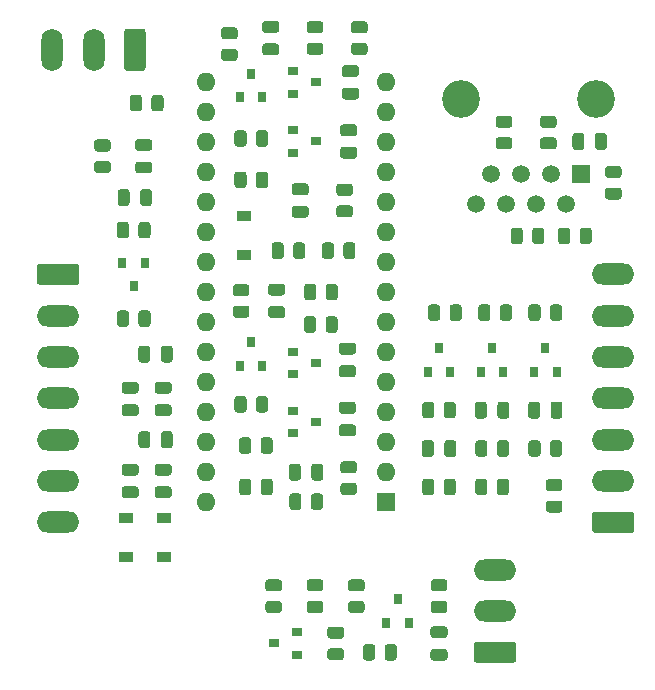
<source format=gbr>
%TF.GenerationSoftware,KiCad,Pcbnew,(5.1.9-0-10_14)*%
%TF.CreationDate,2023-02-10T00:43:38-05:00*%
%TF.ProjectId,LiControl,4c69436f-6e74-4726-9f6c-2e6b69636164,rev?*%
%TF.SameCoordinates,Original*%
%TF.FileFunction,Soldermask,Bot*%
%TF.FilePolarity,Negative*%
%FSLAX46Y46*%
G04 Gerber Fmt 4.6, Leading zero omitted, Abs format (unit mm)*
G04 Created by KiCad (PCBNEW (5.1.9-0-10_14)) date 2023-02-10 00:43:38*
%MOMM*%
%LPD*%
G01*
G04 APERTURE LIST*
%ADD10R,1.200000X0.900000*%
%ADD11R,0.900000X0.800000*%
%ADD12R,0.800000X0.900000*%
%ADD13R,1.600000X1.600000*%
%ADD14O,1.600000X1.600000*%
%ADD15C,3.200000*%
%ADD16R,1.500000X1.500000*%
%ADD17C,1.500000*%
%ADD18O,3.600000X1.800000*%
%ADD19O,1.800000X3.600000*%
G04 APERTURE END LIST*
%TO.C,R17*%
G36*
G01*
X95225000Y-83200001D02*
X95225000Y-82299999D01*
G75*
G02*
X95474999Y-82050000I249999J0D01*
G01*
X96000001Y-82050000D01*
G75*
G02*
X96250000Y-82299999I0J-249999D01*
G01*
X96250000Y-83200001D01*
G75*
G02*
X96000001Y-83450000I-249999J0D01*
G01*
X95474999Y-83450000D01*
G75*
G02*
X95225000Y-83200001I0J249999D01*
G01*
G37*
G36*
G01*
X97050000Y-83200001D02*
X97050000Y-82299999D01*
G75*
G02*
X97299999Y-82050000I249999J0D01*
G01*
X97825001Y-82050000D01*
G75*
G02*
X98075000Y-82299999I0J-249999D01*
G01*
X98075000Y-83200001D01*
G75*
G02*
X97825001Y-83450000I-249999J0D01*
G01*
X97299999Y-83450000D01*
G75*
G02*
X97050000Y-83200001I0J249999D01*
G01*
G37*
%TD*%
%TO.C,C9*%
G36*
G01*
X111225000Y-74200000D02*
X110275000Y-74200000D01*
G75*
G02*
X110025000Y-73950000I0J250000D01*
G01*
X110025000Y-73450000D01*
G75*
G02*
X110275000Y-73200000I250000J0D01*
G01*
X111225000Y-73200000D01*
G75*
G02*
X111475000Y-73450000I0J-250000D01*
G01*
X111475000Y-73950000D01*
G75*
G02*
X111225000Y-74200000I-250000J0D01*
G01*
G37*
G36*
G01*
X111225000Y-72300000D02*
X110275000Y-72300000D01*
G75*
G02*
X110025000Y-72050000I0J250000D01*
G01*
X110025000Y-71550000D01*
G75*
G02*
X110275000Y-71300000I250000J0D01*
G01*
X111225000Y-71300000D01*
G75*
G02*
X111475000Y-71550000I0J-250000D01*
G01*
X111475000Y-72050000D01*
G75*
G02*
X111225000Y-72300000I-250000J0D01*
G01*
G37*
%TD*%
%TO.C,C12*%
G36*
G01*
X114275000Y-91700000D02*
X115225000Y-91700000D01*
G75*
G02*
X115475000Y-91950000I0J-250000D01*
G01*
X115475000Y-92450000D01*
G75*
G02*
X115225000Y-92700000I-250000J0D01*
G01*
X114275000Y-92700000D01*
G75*
G02*
X114025000Y-92450000I0J250000D01*
G01*
X114025000Y-91950000D01*
G75*
G02*
X114275000Y-91700000I250000J0D01*
G01*
G37*
G36*
G01*
X114275000Y-89800000D02*
X115225000Y-89800000D01*
G75*
G02*
X115475000Y-90050000I0J-250000D01*
G01*
X115475000Y-90550000D01*
G75*
G02*
X115225000Y-90800000I-250000J0D01*
G01*
X114275000Y-90800000D01*
G75*
G02*
X114025000Y-90550000I0J250000D01*
G01*
X114025000Y-90050000D01*
G75*
G02*
X114275000Y-89800000I250000J0D01*
G01*
G37*
%TD*%
%TO.C,C13*%
G36*
G01*
X114375000Y-66300000D02*
X115325000Y-66300000D01*
G75*
G02*
X115575000Y-66550000I0J-250000D01*
G01*
X115575000Y-67050000D01*
G75*
G02*
X115325000Y-67300000I-250000J0D01*
G01*
X114375000Y-67300000D01*
G75*
G02*
X114125000Y-67050000I0J250000D01*
G01*
X114125000Y-66550000D01*
G75*
G02*
X114375000Y-66300000I250000J0D01*
G01*
G37*
G36*
G01*
X114375000Y-68200000D02*
X115325000Y-68200000D01*
G75*
G02*
X115575000Y-68450000I0J-250000D01*
G01*
X115575000Y-68950000D01*
G75*
G02*
X115325000Y-69200000I-250000J0D01*
G01*
X114375000Y-69200000D01*
G75*
G02*
X114125000Y-68950000I0J250000D01*
G01*
X114125000Y-68450000D01*
G75*
G02*
X114375000Y-68200000I250000J0D01*
G01*
G37*
%TD*%
%TO.C,C15*%
G36*
G01*
X115225000Y-87700000D02*
X114275000Y-87700000D01*
G75*
G02*
X114025000Y-87450000I0J250000D01*
G01*
X114025000Y-86950000D01*
G75*
G02*
X114275000Y-86700000I250000J0D01*
G01*
X115225000Y-86700000D01*
G75*
G02*
X115475000Y-86950000I0J-250000D01*
G01*
X115475000Y-87450000D01*
G75*
G02*
X115225000Y-87700000I-250000J0D01*
G01*
G37*
G36*
G01*
X115225000Y-85800000D02*
X114275000Y-85800000D01*
G75*
G02*
X114025000Y-85550000I0J250000D01*
G01*
X114025000Y-85050000D01*
G75*
G02*
X114275000Y-84800000I250000J0D01*
G01*
X115225000Y-84800000D01*
G75*
G02*
X115475000Y-85050000I0J-250000D01*
G01*
X115475000Y-85550000D01*
G75*
G02*
X115225000Y-85800000I-250000J0D01*
G01*
G37*
%TD*%
%TO.C,C16*%
G36*
G01*
X115475000Y-62300000D02*
X114525000Y-62300000D01*
G75*
G02*
X114275000Y-62050000I0J250000D01*
G01*
X114275000Y-61550000D01*
G75*
G02*
X114525000Y-61300000I250000J0D01*
G01*
X115475000Y-61300000D01*
G75*
G02*
X115725000Y-61550000I0J-250000D01*
G01*
X115725000Y-62050000D01*
G75*
G02*
X115475000Y-62300000I-250000J0D01*
G01*
G37*
G36*
G01*
X115475000Y-64200000D02*
X114525000Y-64200000D01*
G75*
G02*
X114275000Y-63950000I0J250000D01*
G01*
X114275000Y-63450000D01*
G75*
G02*
X114525000Y-63200000I250000J0D01*
G01*
X115475000Y-63200000D01*
G75*
G02*
X115725000Y-63450000I0J-250000D01*
G01*
X115725000Y-63950000D01*
G75*
G02*
X115475000Y-64200000I-250000J0D01*
G01*
G37*
%TD*%
%TO.C,C19*%
G36*
G01*
X109225000Y-82700000D02*
X108275000Y-82700000D01*
G75*
G02*
X108025000Y-82450000I0J250000D01*
G01*
X108025000Y-81950000D01*
G75*
G02*
X108275000Y-81700000I250000J0D01*
G01*
X109225000Y-81700000D01*
G75*
G02*
X109475000Y-81950000I0J-250000D01*
G01*
X109475000Y-82450000D01*
G75*
G02*
X109225000Y-82700000I-250000J0D01*
G01*
G37*
G36*
G01*
X109225000Y-80800000D02*
X108275000Y-80800000D01*
G75*
G02*
X108025000Y-80550000I0J250000D01*
G01*
X108025000Y-80050000D01*
G75*
G02*
X108275000Y-79800000I250000J0D01*
G01*
X109225000Y-79800000D01*
G75*
G02*
X109475000Y-80050000I0J-250000D01*
G01*
X109475000Y-80550000D01*
G75*
G02*
X109225000Y-80800000I-250000J0D01*
G01*
G37*
%TD*%
%TO.C,C20*%
G36*
G01*
X108725000Y-58550000D02*
X107775000Y-58550000D01*
G75*
G02*
X107525000Y-58300000I0J250000D01*
G01*
X107525000Y-57800000D01*
G75*
G02*
X107775000Y-57550000I250000J0D01*
G01*
X108725000Y-57550000D01*
G75*
G02*
X108975000Y-57800000I0J-250000D01*
G01*
X108975000Y-58300000D01*
G75*
G02*
X108725000Y-58550000I-250000J0D01*
G01*
G37*
G36*
G01*
X108725000Y-60450000D02*
X107775000Y-60450000D01*
G75*
G02*
X107525000Y-60200000I0J250000D01*
G01*
X107525000Y-59700000D01*
G75*
G02*
X107775000Y-59450000I250000J0D01*
G01*
X108725000Y-59450000D01*
G75*
G02*
X108975000Y-59700000I0J-250000D01*
G01*
X108975000Y-60200000D01*
G75*
G02*
X108725000Y-60450000I-250000J0D01*
G01*
G37*
%TD*%
D10*
%TO.C,D2*%
X106000000Y-77400000D03*
X106000000Y-74100000D03*
%TD*%
D11*
%TO.C,Q7*%
X112100000Y-91500000D03*
X110100000Y-90550000D03*
X110100000Y-92450000D03*
%TD*%
%TO.C,Q8*%
X112100000Y-67750000D03*
X110100000Y-66800000D03*
X110100000Y-68700000D03*
%TD*%
%TO.C,Q9*%
X112100000Y-86500000D03*
X110100000Y-85550000D03*
X110100000Y-87450000D03*
%TD*%
D12*
%TO.C,Q10*%
X107550000Y-86750000D03*
X105650000Y-86750000D03*
X106600000Y-84750000D03*
%TD*%
D11*
%TO.C,Q11*%
X112100000Y-62750000D03*
X110100000Y-61800000D03*
X110100000Y-63700000D03*
%TD*%
D12*
%TO.C,Q12*%
X106600000Y-62000000D03*
X105650000Y-64000000D03*
X107550000Y-64000000D03*
%TD*%
%TO.C,R22*%
G36*
G01*
X115425000Y-76549999D02*
X115425000Y-77450001D01*
G75*
G02*
X115175001Y-77700000I-249999J0D01*
G01*
X114649999Y-77700000D01*
G75*
G02*
X114400000Y-77450001I0J249999D01*
G01*
X114400000Y-76549999D01*
G75*
G02*
X114649999Y-76300000I249999J0D01*
G01*
X115175001Y-76300000D01*
G75*
G02*
X115425000Y-76549999I0J-249999D01*
G01*
G37*
G36*
G01*
X113600000Y-76549999D02*
X113600000Y-77450001D01*
G75*
G02*
X113350001Y-77700000I-249999J0D01*
G01*
X112824999Y-77700000D01*
G75*
G02*
X112575000Y-77450001I0J249999D01*
G01*
X112575000Y-76549999D01*
G75*
G02*
X112824999Y-76300000I249999J0D01*
G01*
X113350001Y-76300000D01*
G75*
G02*
X113600000Y-76549999I0J-249999D01*
G01*
G37*
%TD*%
%TO.C,R23*%
G36*
G01*
X109350000Y-76549999D02*
X109350000Y-77450001D01*
G75*
G02*
X109100001Y-77700000I-249999J0D01*
G01*
X108574999Y-77700000D01*
G75*
G02*
X108325000Y-77450001I0J249999D01*
G01*
X108325000Y-76549999D01*
G75*
G02*
X108574999Y-76300000I249999J0D01*
G01*
X109100001Y-76300000D01*
G75*
G02*
X109350000Y-76549999I0J-249999D01*
G01*
G37*
G36*
G01*
X111175000Y-76549999D02*
X111175000Y-77450001D01*
G75*
G02*
X110925001Y-77700000I-249999J0D01*
G01*
X110399999Y-77700000D01*
G75*
G02*
X110150000Y-77450001I0J249999D01*
G01*
X110150000Y-76549999D01*
G75*
G02*
X110399999Y-76300000I249999J0D01*
G01*
X110925001Y-76300000D01*
G75*
G02*
X111175000Y-76549999I0J-249999D01*
G01*
G37*
%TD*%
%TO.C,R25*%
G36*
G01*
X107000000Y-71450001D02*
X107000000Y-70549999D01*
G75*
G02*
X107249999Y-70300000I249999J0D01*
G01*
X107775001Y-70300000D01*
G75*
G02*
X108025000Y-70549999I0J-249999D01*
G01*
X108025000Y-71450001D01*
G75*
G02*
X107775001Y-71700000I-249999J0D01*
G01*
X107249999Y-71700000D01*
G75*
G02*
X107000000Y-71450001I0J249999D01*
G01*
G37*
G36*
G01*
X105175000Y-71450001D02*
X105175000Y-70549999D01*
G75*
G02*
X105424999Y-70300000I249999J0D01*
G01*
X105950001Y-70300000D01*
G75*
G02*
X106200000Y-70549999I0J-249999D01*
G01*
X106200000Y-71450001D01*
G75*
G02*
X105950001Y-71700000I-249999J0D01*
G01*
X105424999Y-71700000D01*
G75*
G02*
X105175000Y-71450001I0J249999D01*
G01*
G37*
%TD*%
%TO.C,R26*%
G36*
G01*
X108025000Y-89549999D02*
X108025000Y-90450001D01*
G75*
G02*
X107775001Y-90700000I-249999J0D01*
G01*
X107249999Y-90700000D01*
G75*
G02*
X107000000Y-90450001I0J249999D01*
G01*
X107000000Y-89549999D01*
G75*
G02*
X107249999Y-89300000I249999J0D01*
G01*
X107775001Y-89300000D01*
G75*
G02*
X108025000Y-89549999I0J-249999D01*
G01*
G37*
G36*
G01*
X106200000Y-89549999D02*
X106200000Y-90450001D01*
G75*
G02*
X105950001Y-90700000I-249999J0D01*
G01*
X105424999Y-90700000D01*
G75*
G02*
X105175000Y-90450001I0J249999D01*
G01*
X105175000Y-89549999D01*
G75*
G02*
X105424999Y-89300000I249999J0D01*
G01*
X105950001Y-89300000D01*
G75*
G02*
X106200000Y-89549999I0J-249999D01*
G01*
G37*
%TD*%
%TO.C,R27*%
G36*
G01*
X108025000Y-67049999D02*
X108025000Y-67950001D01*
G75*
G02*
X107775001Y-68200000I-249999J0D01*
G01*
X107249999Y-68200000D01*
G75*
G02*
X107000000Y-67950001I0J249999D01*
G01*
X107000000Y-67049999D01*
G75*
G02*
X107249999Y-66800000I249999J0D01*
G01*
X107775001Y-66800000D01*
G75*
G02*
X108025000Y-67049999I0J-249999D01*
G01*
G37*
G36*
G01*
X106200000Y-67049999D02*
X106200000Y-67950001D01*
G75*
G02*
X105950001Y-68200000I-249999J0D01*
G01*
X105424999Y-68200000D01*
G75*
G02*
X105175000Y-67950001I0J249999D01*
G01*
X105175000Y-67049999D01*
G75*
G02*
X105424999Y-66800000I249999J0D01*
G01*
X105950001Y-66800000D01*
G75*
G02*
X106200000Y-67049999I0J-249999D01*
G01*
G37*
%TD*%
%TO.C,R28*%
G36*
G01*
X105299999Y-81650000D02*
X106200001Y-81650000D01*
G75*
G02*
X106450000Y-81899999I0J-249999D01*
G01*
X106450000Y-82425001D01*
G75*
G02*
X106200001Y-82675000I-249999J0D01*
G01*
X105299999Y-82675000D01*
G75*
G02*
X105050000Y-82425001I0J249999D01*
G01*
X105050000Y-81899999D01*
G75*
G02*
X105299999Y-81650000I249999J0D01*
G01*
G37*
G36*
G01*
X105299999Y-79825000D02*
X106200001Y-79825000D01*
G75*
G02*
X106450000Y-80074999I0J-249999D01*
G01*
X106450000Y-80600001D01*
G75*
G02*
X106200001Y-80850000I-249999J0D01*
G01*
X105299999Y-80850000D01*
G75*
G02*
X105050000Y-80600001I0J249999D01*
G01*
X105050000Y-80074999D01*
G75*
G02*
X105299999Y-79825000I249999J0D01*
G01*
G37*
%TD*%
%TO.C,R29*%
G36*
G01*
X105200001Y-60925000D02*
X104299999Y-60925000D01*
G75*
G02*
X104050000Y-60675001I0J249999D01*
G01*
X104050000Y-60149999D01*
G75*
G02*
X104299999Y-59900000I249999J0D01*
G01*
X105200001Y-59900000D01*
G75*
G02*
X105450000Y-60149999I0J-249999D01*
G01*
X105450000Y-60675001D01*
G75*
G02*
X105200001Y-60925000I-249999J0D01*
G01*
G37*
G36*
G01*
X105200001Y-59100000D02*
X104299999Y-59100000D01*
G75*
G02*
X104050000Y-58850001I0J249999D01*
G01*
X104050000Y-58324999D01*
G75*
G02*
X104299999Y-58075000I249999J0D01*
G01*
X105200001Y-58075000D01*
G75*
G02*
X105450000Y-58324999I0J-249999D01*
G01*
X105450000Y-58850001D01*
G75*
G02*
X105200001Y-59100000I-249999J0D01*
G01*
G37*
%TD*%
%TO.C,R31*%
G36*
G01*
X114950001Y-74175000D02*
X114049999Y-74175000D01*
G75*
G02*
X113800000Y-73925001I0J249999D01*
G01*
X113800000Y-73399999D01*
G75*
G02*
X114049999Y-73150000I249999J0D01*
G01*
X114950001Y-73150000D01*
G75*
G02*
X115200000Y-73399999I0J-249999D01*
G01*
X115200000Y-73925001D01*
G75*
G02*
X114950001Y-74175000I-249999J0D01*
G01*
G37*
G36*
G01*
X114950001Y-72350000D02*
X114049999Y-72350000D01*
G75*
G02*
X113800000Y-72100001I0J249999D01*
G01*
X113800000Y-71574999D01*
G75*
G02*
X114049999Y-71325000I249999J0D01*
G01*
X114950001Y-71325000D01*
G75*
G02*
X115200000Y-71574999I0J-249999D01*
G01*
X115200000Y-72100001D01*
G75*
G02*
X114950001Y-72350000I-249999J0D01*
G01*
G37*
%TD*%
%TO.C,R32*%
G36*
G01*
X112900000Y-83700001D02*
X112900000Y-82799999D01*
G75*
G02*
X113149999Y-82550000I249999J0D01*
G01*
X113675001Y-82550000D01*
G75*
G02*
X113925000Y-82799999I0J-249999D01*
G01*
X113925000Y-83700001D01*
G75*
G02*
X113675001Y-83950000I-249999J0D01*
G01*
X113149999Y-83950000D01*
G75*
G02*
X112900000Y-83700001I0J249999D01*
G01*
G37*
G36*
G01*
X111075000Y-83700001D02*
X111075000Y-82799999D01*
G75*
G02*
X111324999Y-82550000I249999J0D01*
G01*
X111850001Y-82550000D01*
G75*
G02*
X112100000Y-82799999I0J-249999D01*
G01*
X112100000Y-83700001D01*
G75*
G02*
X111850001Y-83950000I-249999J0D01*
G01*
X111324999Y-83950000D01*
G75*
G02*
X111075000Y-83700001I0J249999D01*
G01*
G37*
%TD*%
%TO.C,R33*%
G36*
G01*
X112450001Y-58600000D02*
X111549999Y-58600000D01*
G75*
G02*
X111300000Y-58350001I0J249999D01*
G01*
X111300000Y-57824999D01*
G75*
G02*
X111549999Y-57575000I249999J0D01*
G01*
X112450001Y-57575000D01*
G75*
G02*
X112700000Y-57824999I0J-249999D01*
G01*
X112700000Y-58350001D01*
G75*
G02*
X112450001Y-58600000I-249999J0D01*
G01*
G37*
G36*
G01*
X112450001Y-60425000D02*
X111549999Y-60425000D01*
G75*
G02*
X111300000Y-60175001I0J249999D01*
G01*
X111300000Y-59649999D01*
G75*
G02*
X111549999Y-59400000I249999J0D01*
G01*
X112450001Y-59400000D01*
G75*
G02*
X112700000Y-59649999I0J-249999D01*
G01*
X112700000Y-60175001D01*
G75*
G02*
X112450001Y-60425000I-249999J0D01*
G01*
G37*
%TD*%
%TO.C,R34*%
G36*
G01*
X113925000Y-80049999D02*
X113925000Y-80950001D01*
G75*
G02*
X113675001Y-81200000I-249999J0D01*
G01*
X113149999Y-81200000D01*
G75*
G02*
X112900000Y-80950001I0J249999D01*
G01*
X112900000Y-80049999D01*
G75*
G02*
X113149999Y-79800000I249999J0D01*
G01*
X113675001Y-79800000D01*
G75*
G02*
X113925000Y-80049999I0J-249999D01*
G01*
G37*
G36*
G01*
X112100000Y-80049999D02*
X112100000Y-80950001D01*
G75*
G02*
X111850001Y-81200000I-249999J0D01*
G01*
X111324999Y-81200000D01*
G75*
G02*
X111075000Y-80950001I0J249999D01*
G01*
X111075000Y-80049999D01*
G75*
G02*
X111324999Y-79800000I249999J0D01*
G01*
X111850001Y-79800000D01*
G75*
G02*
X112100000Y-80049999I0J-249999D01*
G01*
G37*
%TD*%
%TO.C,R35*%
G36*
G01*
X116200001Y-60425000D02*
X115299999Y-60425000D01*
G75*
G02*
X115050000Y-60175001I0J249999D01*
G01*
X115050000Y-59649999D01*
G75*
G02*
X115299999Y-59400000I249999J0D01*
G01*
X116200001Y-59400000D01*
G75*
G02*
X116450000Y-59649999I0J-249999D01*
G01*
X116450000Y-60175001D01*
G75*
G02*
X116200001Y-60425000I-249999J0D01*
G01*
G37*
G36*
G01*
X116200001Y-58600000D02*
X115299999Y-58600000D01*
G75*
G02*
X115050000Y-58350001I0J249999D01*
G01*
X115050000Y-57824999D01*
G75*
G02*
X115299999Y-57575000I249999J0D01*
G01*
X116200001Y-57575000D01*
G75*
G02*
X116450000Y-57824999I0J-249999D01*
G01*
X116450000Y-58350001D01*
G75*
G02*
X116200001Y-58600000I-249999J0D01*
G01*
G37*
%TD*%
D13*
%TO.C,A1*%
X118000000Y-98250000D03*
D14*
X102760000Y-65230000D03*
X118000000Y-95710000D03*
X102760000Y-67770000D03*
X118000000Y-93170000D03*
X102760000Y-70310000D03*
X118000000Y-90630000D03*
X102760000Y-72850000D03*
X118000000Y-88090000D03*
X102760000Y-75390000D03*
X118000000Y-85550000D03*
X102760000Y-77930000D03*
X118000000Y-83010000D03*
X102760000Y-80470000D03*
X118000000Y-80470000D03*
X102760000Y-83010000D03*
X118000000Y-77930000D03*
X102760000Y-85550000D03*
X118000000Y-75390000D03*
X102760000Y-88090000D03*
X118000000Y-72850000D03*
X102760000Y-90630000D03*
X118000000Y-70310000D03*
X102760000Y-93170000D03*
X118000000Y-67770000D03*
X102760000Y-95710000D03*
X118000000Y-65230000D03*
X102760000Y-98250000D03*
X118000000Y-62690000D03*
X102760000Y-62690000D03*
%TD*%
%TO.C,C1*%
G36*
G01*
X122975000Y-111700000D02*
X122025000Y-111700000D01*
G75*
G02*
X121775000Y-111450000I0J250000D01*
G01*
X121775000Y-110950000D01*
G75*
G02*
X122025000Y-110700000I250000J0D01*
G01*
X122975000Y-110700000D01*
G75*
G02*
X123225000Y-110950000I0J-250000D01*
G01*
X123225000Y-111450000D01*
G75*
G02*
X122975000Y-111700000I-250000J0D01*
G01*
G37*
G36*
G01*
X122975000Y-109800000D02*
X122025000Y-109800000D01*
G75*
G02*
X121775000Y-109550000I0J250000D01*
G01*
X121775000Y-109050000D01*
G75*
G02*
X122025000Y-108800000I250000J0D01*
G01*
X122975000Y-108800000D01*
G75*
G02*
X123225000Y-109050000I0J-250000D01*
G01*
X123225000Y-109550000D01*
G75*
G02*
X122975000Y-109800000I-250000J0D01*
G01*
G37*
%TD*%
%TO.C,C2*%
G36*
G01*
X125550000Y-90975000D02*
X125550000Y-90025000D01*
G75*
G02*
X125800000Y-89775000I250000J0D01*
G01*
X126300000Y-89775000D01*
G75*
G02*
X126550000Y-90025000I0J-250000D01*
G01*
X126550000Y-90975000D01*
G75*
G02*
X126300000Y-91225000I-250000J0D01*
G01*
X125800000Y-91225000D01*
G75*
G02*
X125550000Y-90975000I0J250000D01*
G01*
G37*
G36*
G01*
X127450000Y-90975000D02*
X127450000Y-90025000D01*
G75*
G02*
X127700000Y-89775000I250000J0D01*
G01*
X128200000Y-89775000D01*
G75*
G02*
X128450000Y-90025000I0J-250000D01*
G01*
X128450000Y-90975000D01*
G75*
G02*
X128200000Y-91225000I-250000J0D01*
G01*
X127700000Y-91225000D01*
G75*
G02*
X127450000Y-90975000I0J250000D01*
G01*
G37*
%TD*%
%TO.C,C3*%
G36*
G01*
X97050000Y-86225000D02*
X97050000Y-85275000D01*
G75*
G02*
X97300000Y-85025000I250000J0D01*
G01*
X97800000Y-85025000D01*
G75*
G02*
X98050000Y-85275000I0J-250000D01*
G01*
X98050000Y-86225000D01*
G75*
G02*
X97800000Y-86475000I-250000J0D01*
G01*
X97300000Y-86475000D01*
G75*
G02*
X97050000Y-86225000I0J250000D01*
G01*
G37*
G36*
G01*
X98950000Y-86225000D02*
X98950000Y-85275000D01*
G75*
G02*
X99200000Y-85025000I250000J0D01*
G01*
X99700000Y-85025000D01*
G75*
G02*
X99950000Y-85275000I0J-250000D01*
G01*
X99950000Y-86225000D01*
G75*
G02*
X99700000Y-86475000I-250000J0D01*
G01*
X99200000Y-86475000D01*
G75*
G02*
X98950000Y-86225000I0J250000D01*
G01*
G37*
%TD*%
%TO.C,C4*%
G36*
G01*
X130050000Y-90975000D02*
X130050000Y-90025000D01*
G75*
G02*
X130300000Y-89775000I250000J0D01*
G01*
X130800000Y-89775000D01*
G75*
G02*
X131050000Y-90025000I0J-250000D01*
G01*
X131050000Y-90975000D01*
G75*
G02*
X130800000Y-91225000I-250000J0D01*
G01*
X130300000Y-91225000D01*
G75*
G02*
X130050000Y-90975000I0J250000D01*
G01*
G37*
G36*
G01*
X131950000Y-90975000D02*
X131950000Y-90025000D01*
G75*
G02*
X132200000Y-89775000I250000J0D01*
G01*
X132700000Y-89775000D01*
G75*
G02*
X132950000Y-90025000I0J-250000D01*
G01*
X132950000Y-90975000D01*
G75*
G02*
X132700000Y-91225000I-250000J0D01*
G01*
X132200000Y-91225000D01*
G75*
G02*
X131950000Y-90975000I0J250000D01*
G01*
G37*
%TD*%
%TO.C,C5*%
G36*
G01*
X96300000Y-72025000D02*
X96300000Y-72975000D01*
G75*
G02*
X96050000Y-73225000I-250000J0D01*
G01*
X95550000Y-73225000D01*
G75*
G02*
X95300000Y-72975000I0J250000D01*
G01*
X95300000Y-72025000D01*
G75*
G02*
X95550000Y-71775000I250000J0D01*
G01*
X96050000Y-71775000D01*
G75*
G02*
X96300000Y-72025000I0J-250000D01*
G01*
G37*
G36*
G01*
X98200000Y-72025000D02*
X98200000Y-72975000D01*
G75*
G02*
X97950000Y-73225000I-250000J0D01*
G01*
X97450000Y-73225000D01*
G75*
G02*
X97200000Y-72975000I0J250000D01*
G01*
X97200000Y-72025000D01*
G75*
G02*
X97450000Y-71775000I250000J0D01*
G01*
X97950000Y-71775000D01*
G75*
G02*
X98200000Y-72025000I0J-250000D01*
G01*
G37*
%TD*%
%TO.C,C6*%
G36*
G01*
X122950000Y-94225000D02*
X122950000Y-93275000D01*
G75*
G02*
X123200000Y-93025000I250000J0D01*
G01*
X123700000Y-93025000D01*
G75*
G02*
X123950000Y-93275000I0J-250000D01*
G01*
X123950000Y-94225000D01*
G75*
G02*
X123700000Y-94475000I-250000J0D01*
G01*
X123200000Y-94475000D01*
G75*
G02*
X122950000Y-94225000I0J250000D01*
G01*
G37*
G36*
G01*
X121050000Y-94225000D02*
X121050000Y-93275000D01*
G75*
G02*
X121300000Y-93025000I250000J0D01*
G01*
X121800000Y-93025000D01*
G75*
G02*
X122050000Y-93275000I0J-250000D01*
G01*
X122050000Y-94225000D01*
G75*
G02*
X121800000Y-94475000I-250000J0D01*
G01*
X121300000Y-94475000D01*
G75*
G02*
X121050000Y-94225000I0J250000D01*
G01*
G37*
%TD*%
%TO.C,C7*%
G36*
G01*
X99625000Y-97950000D02*
X98675000Y-97950000D01*
G75*
G02*
X98425000Y-97700000I0J250000D01*
G01*
X98425000Y-97200000D01*
G75*
G02*
X98675000Y-96950000I250000J0D01*
G01*
X99625000Y-96950000D01*
G75*
G02*
X99875000Y-97200000I0J-250000D01*
G01*
X99875000Y-97700000D01*
G75*
G02*
X99625000Y-97950000I-250000J0D01*
G01*
G37*
G36*
G01*
X99625000Y-96050000D02*
X98675000Y-96050000D01*
G75*
G02*
X98425000Y-95800000I0J250000D01*
G01*
X98425000Y-95300000D01*
G75*
G02*
X98675000Y-95050000I250000J0D01*
G01*
X99625000Y-95050000D01*
G75*
G02*
X99875000Y-95300000I0J-250000D01*
G01*
X99875000Y-95800000D01*
G75*
G02*
X99625000Y-96050000I-250000J0D01*
G01*
G37*
%TD*%
%TO.C,C8*%
G36*
G01*
X111700000Y-96225000D02*
X111700000Y-95275000D01*
G75*
G02*
X111950000Y-95025000I250000J0D01*
G01*
X112450000Y-95025000D01*
G75*
G02*
X112700000Y-95275000I0J-250000D01*
G01*
X112700000Y-96225000D01*
G75*
G02*
X112450000Y-96475000I-250000J0D01*
G01*
X111950000Y-96475000D01*
G75*
G02*
X111700000Y-96225000I0J250000D01*
G01*
G37*
G36*
G01*
X109800000Y-96225000D02*
X109800000Y-95275000D01*
G75*
G02*
X110050000Y-95025000I250000J0D01*
G01*
X110550000Y-95025000D01*
G75*
G02*
X110800000Y-95275000I0J-250000D01*
G01*
X110800000Y-96225000D01*
G75*
G02*
X110550000Y-96475000I-250000J0D01*
G01*
X110050000Y-96475000D01*
G75*
G02*
X109800000Y-96225000I0J250000D01*
G01*
G37*
%TD*%
%TO.C,C10*%
G36*
G01*
X96825000Y-96050000D02*
X95875000Y-96050000D01*
G75*
G02*
X95625000Y-95800000I0J250000D01*
G01*
X95625000Y-95300000D01*
G75*
G02*
X95875000Y-95050000I250000J0D01*
G01*
X96825000Y-95050000D01*
G75*
G02*
X97075000Y-95300000I0J-250000D01*
G01*
X97075000Y-95800000D01*
G75*
G02*
X96825000Y-96050000I-250000J0D01*
G01*
G37*
G36*
G01*
X96825000Y-97950000D02*
X95875000Y-97950000D01*
G75*
G02*
X95625000Y-97700000I0J250000D01*
G01*
X95625000Y-97200000D01*
G75*
G02*
X95875000Y-96950000I250000J0D01*
G01*
X96825000Y-96950000D01*
G75*
G02*
X97075000Y-97200000I0J-250000D01*
G01*
X97075000Y-97700000D01*
G75*
G02*
X96825000Y-97950000I-250000J0D01*
G01*
G37*
%TD*%
%TO.C,C11*%
G36*
G01*
X99950000Y-92525000D02*
X99950000Y-93475000D01*
G75*
G02*
X99700000Y-93725000I-250000J0D01*
G01*
X99200000Y-93725000D01*
G75*
G02*
X98950000Y-93475000I0J250000D01*
G01*
X98950000Y-92525000D01*
G75*
G02*
X99200000Y-92275000I250000J0D01*
G01*
X99700000Y-92275000D01*
G75*
G02*
X99950000Y-92525000I0J-250000D01*
G01*
G37*
G36*
G01*
X98050000Y-92525000D02*
X98050000Y-93475000D01*
G75*
G02*
X97800000Y-93725000I-250000J0D01*
G01*
X97300000Y-93725000D01*
G75*
G02*
X97050000Y-93475000I0J250000D01*
G01*
X97050000Y-92525000D01*
G75*
G02*
X97300000Y-92275000I250000J0D01*
G01*
X97800000Y-92275000D01*
G75*
G02*
X98050000Y-92525000I0J-250000D01*
G01*
G37*
%TD*%
%TO.C,C14*%
G36*
G01*
X95875000Y-90000000D02*
X96825000Y-90000000D01*
G75*
G02*
X97075000Y-90250000I0J-250000D01*
G01*
X97075000Y-90750000D01*
G75*
G02*
X96825000Y-91000000I-250000J0D01*
G01*
X95875000Y-91000000D01*
G75*
G02*
X95625000Y-90750000I0J250000D01*
G01*
X95625000Y-90250000D01*
G75*
G02*
X95875000Y-90000000I250000J0D01*
G01*
G37*
G36*
G01*
X95875000Y-88100000D02*
X96825000Y-88100000D01*
G75*
G02*
X97075000Y-88350000I0J-250000D01*
G01*
X97075000Y-88850000D01*
G75*
G02*
X96825000Y-89100000I-250000J0D01*
G01*
X95875000Y-89100000D01*
G75*
G02*
X95625000Y-88850000I0J250000D01*
G01*
X95625000Y-88350000D01*
G75*
G02*
X95875000Y-88100000I250000J0D01*
G01*
G37*
%TD*%
%TO.C,C17*%
G36*
G01*
X97025000Y-69450000D02*
X97975000Y-69450000D01*
G75*
G02*
X98225000Y-69700000I0J-250000D01*
G01*
X98225000Y-70200000D01*
G75*
G02*
X97975000Y-70450000I-250000J0D01*
G01*
X97025000Y-70450000D01*
G75*
G02*
X96775000Y-70200000I0J250000D01*
G01*
X96775000Y-69700000D01*
G75*
G02*
X97025000Y-69450000I250000J0D01*
G01*
G37*
G36*
G01*
X97025000Y-67550000D02*
X97975000Y-67550000D01*
G75*
G02*
X98225000Y-67800000I0J-250000D01*
G01*
X98225000Y-68300000D01*
G75*
G02*
X97975000Y-68550000I-250000J0D01*
G01*
X97025000Y-68550000D01*
G75*
G02*
X96775000Y-68300000I0J250000D01*
G01*
X96775000Y-67800000D01*
G75*
G02*
X97025000Y-67550000I250000J0D01*
G01*
G37*
%TD*%
%TO.C,C18*%
G36*
G01*
X98675000Y-90000000D02*
X99625000Y-90000000D01*
G75*
G02*
X99875000Y-90250000I0J-250000D01*
G01*
X99875000Y-90750000D01*
G75*
G02*
X99625000Y-91000000I-250000J0D01*
G01*
X98675000Y-91000000D01*
G75*
G02*
X98425000Y-90750000I0J250000D01*
G01*
X98425000Y-90250000D01*
G75*
G02*
X98675000Y-90000000I250000J0D01*
G01*
G37*
G36*
G01*
X98675000Y-88100000D02*
X99625000Y-88100000D01*
G75*
G02*
X99875000Y-88350000I0J-250000D01*
G01*
X99875000Y-88850000D01*
G75*
G02*
X99625000Y-89100000I-250000J0D01*
G01*
X98675000Y-89100000D01*
G75*
G02*
X98425000Y-88850000I0J250000D01*
G01*
X98425000Y-88350000D01*
G75*
G02*
X98675000Y-88100000I250000J0D01*
G01*
G37*
%TD*%
%TO.C,C21*%
G36*
G01*
X136700000Y-67275000D02*
X136700000Y-68225000D01*
G75*
G02*
X136450000Y-68475000I-250000J0D01*
G01*
X135950000Y-68475000D01*
G75*
G02*
X135700000Y-68225000I0J250000D01*
G01*
X135700000Y-67275000D01*
G75*
G02*
X135950000Y-67025000I250000J0D01*
G01*
X136450000Y-67025000D01*
G75*
G02*
X136700000Y-67275000I0J-250000D01*
G01*
G37*
G36*
G01*
X134800000Y-67275000D02*
X134800000Y-68225000D01*
G75*
G02*
X134550000Y-68475000I-250000J0D01*
G01*
X134050000Y-68475000D01*
G75*
G02*
X133800000Y-68225000I0J250000D01*
G01*
X133800000Y-67275000D01*
G75*
G02*
X134050000Y-67025000I250000J0D01*
G01*
X134550000Y-67025000D01*
G75*
G02*
X134800000Y-67275000I0J-250000D01*
G01*
G37*
%TD*%
D10*
%TO.C,D1*%
X99250000Y-102900000D03*
X99250000Y-99600000D03*
%TD*%
%TO.C,D3*%
X96000000Y-102900000D03*
X96000000Y-99600000D03*
%TD*%
D15*
%TO.C,J5*%
X124340000Y-64150000D03*
X135770000Y-64150000D03*
D16*
X134500000Y-70500000D03*
D17*
X133230000Y-73040000D03*
X131960000Y-70500000D03*
X130690000Y-73040000D03*
X129420000Y-70500000D03*
X128150000Y-73040000D03*
X126880000Y-70500000D03*
X125610000Y-73040000D03*
%TD*%
D12*
%TO.C,Q1*%
X119950000Y-108500000D03*
X118050000Y-108500000D03*
X119000000Y-106500000D03*
%TD*%
%TO.C,Q2*%
X127950000Y-87250000D03*
X126050000Y-87250000D03*
X127000000Y-85250000D03*
%TD*%
%TO.C,Q3*%
X132450000Y-87250000D03*
X130550000Y-87250000D03*
X131500000Y-85250000D03*
%TD*%
%TO.C,Q4*%
X95700000Y-78000000D03*
X97600000Y-78000000D03*
X96650000Y-80000000D03*
%TD*%
D11*
%TO.C,Q5*%
X108500000Y-110250000D03*
X110500000Y-111200000D03*
X110500000Y-109300000D03*
%TD*%
D12*
%TO.C,Q6*%
X123450000Y-87250000D03*
X121550000Y-87250000D03*
X122500000Y-85250000D03*
%TD*%
%TO.C,R1*%
G36*
G01*
X127400000Y-97450001D02*
X127400000Y-96549999D01*
G75*
G02*
X127649999Y-96300000I249999J0D01*
G01*
X128175001Y-96300000D01*
G75*
G02*
X128425000Y-96549999I0J-249999D01*
G01*
X128425000Y-97450001D01*
G75*
G02*
X128175001Y-97700000I-249999J0D01*
G01*
X127649999Y-97700000D01*
G75*
G02*
X127400000Y-97450001I0J249999D01*
G01*
G37*
G36*
G01*
X125575000Y-97450001D02*
X125575000Y-96549999D01*
G75*
G02*
X125824999Y-96300000I249999J0D01*
G01*
X126350001Y-96300000D01*
G75*
G02*
X126600000Y-96549999I0J-249999D01*
G01*
X126600000Y-97450001D01*
G75*
G02*
X126350001Y-97700000I-249999J0D01*
G01*
X125824999Y-97700000D01*
G75*
G02*
X125575000Y-97450001I0J249999D01*
G01*
G37*
%TD*%
%TO.C,R2*%
G36*
G01*
X128425000Y-93299999D02*
X128425000Y-94200001D01*
G75*
G02*
X128175001Y-94450000I-249999J0D01*
G01*
X127649999Y-94450000D01*
G75*
G02*
X127400000Y-94200001I0J249999D01*
G01*
X127400000Y-93299999D01*
G75*
G02*
X127649999Y-93050000I249999J0D01*
G01*
X128175001Y-93050000D01*
G75*
G02*
X128425000Y-93299999I0J-249999D01*
G01*
G37*
G36*
G01*
X126600000Y-93299999D02*
X126600000Y-94200001D01*
G75*
G02*
X126350001Y-94450000I-249999J0D01*
G01*
X125824999Y-94450000D01*
G75*
G02*
X125575000Y-94200001I0J249999D01*
G01*
X125575000Y-93299999D01*
G75*
G02*
X125824999Y-93050000I249999J0D01*
G01*
X126350001Y-93050000D01*
G75*
G02*
X126600000Y-93299999I0J-249999D01*
G01*
G37*
%TD*%
%TO.C,R3*%
G36*
G01*
X132700001Y-97350000D02*
X131799999Y-97350000D01*
G75*
G02*
X131550000Y-97100001I0J249999D01*
G01*
X131550000Y-96574999D01*
G75*
G02*
X131799999Y-96325000I249999J0D01*
G01*
X132700001Y-96325000D01*
G75*
G02*
X132950000Y-96574999I0J-249999D01*
G01*
X132950000Y-97100001D01*
G75*
G02*
X132700001Y-97350000I-249999J0D01*
G01*
G37*
G36*
G01*
X132700001Y-99175000D02*
X131799999Y-99175000D01*
G75*
G02*
X131550000Y-98925001I0J249999D01*
G01*
X131550000Y-98399999D01*
G75*
G02*
X131799999Y-98150000I249999J0D01*
G01*
X132700001Y-98150000D01*
G75*
G02*
X132950000Y-98399999I0J-249999D01*
G01*
X132950000Y-98925001D01*
G75*
G02*
X132700001Y-99175000I-249999J0D01*
G01*
G37*
%TD*%
%TO.C,R4*%
G36*
G01*
X132925000Y-93299999D02*
X132925000Y-94200001D01*
G75*
G02*
X132675001Y-94450000I-249999J0D01*
G01*
X132149999Y-94450000D01*
G75*
G02*
X131900000Y-94200001I0J249999D01*
G01*
X131900000Y-93299999D01*
G75*
G02*
X132149999Y-93050000I249999J0D01*
G01*
X132675001Y-93050000D01*
G75*
G02*
X132925000Y-93299999I0J-249999D01*
G01*
G37*
G36*
G01*
X131100000Y-93299999D02*
X131100000Y-94200001D01*
G75*
G02*
X130850001Y-94450000I-249999J0D01*
G01*
X130324999Y-94450000D01*
G75*
G02*
X130075000Y-94200001I0J249999D01*
G01*
X130075000Y-93299999D01*
G75*
G02*
X130324999Y-93050000I249999J0D01*
G01*
X130850001Y-93050000D01*
G75*
G02*
X131100000Y-93299999I0J-249999D01*
G01*
G37*
%TD*%
%TO.C,R5*%
G36*
G01*
X117100000Y-110549999D02*
X117100000Y-111450001D01*
G75*
G02*
X116850001Y-111700000I-249999J0D01*
G01*
X116324999Y-111700000D01*
G75*
G02*
X116075000Y-111450001I0J249999D01*
G01*
X116075000Y-110549999D01*
G75*
G02*
X116324999Y-110300000I249999J0D01*
G01*
X116850001Y-110300000D01*
G75*
G02*
X117100000Y-110549999I0J-249999D01*
G01*
G37*
G36*
G01*
X118925000Y-110549999D02*
X118925000Y-111450001D01*
G75*
G02*
X118675001Y-111700000I-249999J0D01*
G01*
X118149999Y-111700000D01*
G75*
G02*
X117900000Y-111450001I0J249999D01*
G01*
X117900000Y-110549999D01*
G75*
G02*
X118149999Y-110300000I249999J0D01*
G01*
X118675001Y-110300000D01*
G75*
G02*
X118925000Y-110549999I0J-249999D01*
G01*
G37*
%TD*%
%TO.C,R6*%
G36*
G01*
X97350000Y-64049999D02*
X97350000Y-64950001D01*
G75*
G02*
X97100001Y-65200000I-249999J0D01*
G01*
X96574999Y-65200000D01*
G75*
G02*
X96325000Y-64950001I0J249999D01*
G01*
X96325000Y-64049999D01*
G75*
G02*
X96574999Y-63800000I249999J0D01*
G01*
X97100001Y-63800000D01*
G75*
G02*
X97350000Y-64049999I0J-249999D01*
G01*
G37*
G36*
G01*
X99175000Y-64049999D02*
X99175000Y-64950001D01*
G75*
G02*
X98925001Y-65200000I-249999J0D01*
G01*
X98399999Y-65200000D01*
G75*
G02*
X98150000Y-64950001I0J249999D01*
G01*
X98150000Y-64049999D01*
G75*
G02*
X98399999Y-63800000I249999J0D01*
G01*
X98925001Y-63800000D01*
G75*
G02*
X99175000Y-64049999I0J-249999D01*
G01*
G37*
%TD*%
%TO.C,R7*%
G36*
G01*
X128675000Y-81799999D02*
X128675000Y-82700001D01*
G75*
G02*
X128425001Y-82950000I-249999J0D01*
G01*
X127899999Y-82950000D01*
G75*
G02*
X127650000Y-82700001I0J249999D01*
G01*
X127650000Y-81799999D01*
G75*
G02*
X127899999Y-81550000I249999J0D01*
G01*
X128425001Y-81550000D01*
G75*
G02*
X128675000Y-81799999I0J-249999D01*
G01*
G37*
G36*
G01*
X126850000Y-81799999D02*
X126850000Y-82700001D01*
G75*
G02*
X126600001Y-82950000I-249999J0D01*
G01*
X126074999Y-82950000D01*
G75*
G02*
X125825000Y-82700001I0J249999D01*
G01*
X125825000Y-81799999D01*
G75*
G02*
X126074999Y-81550000I249999J0D01*
G01*
X126600001Y-81550000D01*
G75*
G02*
X126850000Y-81799999I0J-249999D01*
G01*
G37*
%TD*%
%TO.C,R8*%
G36*
G01*
X93549999Y-69400000D02*
X94450001Y-69400000D01*
G75*
G02*
X94700000Y-69649999I0J-249999D01*
G01*
X94700000Y-70175001D01*
G75*
G02*
X94450001Y-70425000I-249999J0D01*
G01*
X93549999Y-70425000D01*
G75*
G02*
X93300000Y-70175001I0J249999D01*
G01*
X93300000Y-69649999D01*
G75*
G02*
X93549999Y-69400000I249999J0D01*
G01*
G37*
G36*
G01*
X93549999Y-67575000D02*
X94450001Y-67575000D01*
G75*
G02*
X94700000Y-67824999I0J-249999D01*
G01*
X94700000Y-68350001D01*
G75*
G02*
X94450001Y-68600000I-249999J0D01*
G01*
X93549999Y-68600000D01*
G75*
G02*
X93300000Y-68350001I0J249999D01*
G01*
X93300000Y-67824999D01*
G75*
G02*
X93549999Y-67575000I249999J0D01*
G01*
G37*
%TD*%
%TO.C,R9*%
G36*
G01*
X97050000Y-75700001D02*
X97050000Y-74799999D01*
G75*
G02*
X97299999Y-74550000I249999J0D01*
G01*
X97825001Y-74550000D01*
G75*
G02*
X98075000Y-74799999I0J-249999D01*
G01*
X98075000Y-75700001D01*
G75*
G02*
X97825001Y-75950000I-249999J0D01*
G01*
X97299999Y-75950000D01*
G75*
G02*
X97050000Y-75700001I0J249999D01*
G01*
G37*
G36*
G01*
X95225000Y-75700001D02*
X95225000Y-74799999D01*
G75*
G02*
X95474999Y-74550000I249999J0D01*
G01*
X96000001Y-74550000D01*
G75*
G02*
X96250000Y-74799999I0J-249999D01*
G01*
X96250000Y-75700001D01*
G75*
G02*
X96000001Y-75950000I-249999J0D01*
G01*
X95474999Y-75950000D01*
G75*
G02*
X95225000Y-75700001I0J249999D01*
G01*
G37*
%TD*%
%TO.C,R10*%
G36*
G01*
X122950001Y-105850000D02*
X122049999Y-105850000D01*
G75*
G02*
X121800000Y-105600001I0J249999D01*
G01*
X121800000Y-105074999D01*
G75*
G02*
X122049999Y-104825000I249999J0D01*
G01*
X122950001Y-104825000D01*
G75*
G02*
X123200000Y-105074999I0J-249999D01*
G01*
X123200000Y-105600001D01*
G75*
G02*
X122950001Y-105850000I-249999J0D01*
G01*
G37*
G36*
G01*
X122950001Y-107675000D02*
X122049999Y-107675000D01*
G75*
G02*
X121800000Y-107425001I0J249999D01*
G01*
X121800000Y-106899999D01*
G75*
G02*
X122049999Y-106650000I249999J0D01*
G01*
X122950001Y-106650000D01*
G75*
G02*
X123200000Y-106899999I0J-249999D01*
G01*
X123200000Y-107425001D01*
G75*
G02*
X122950001Y-107675000I-249999J0D01*
G01*
G37*
%TD*%
%TO.C,R11*%
G36*
G01*
X111549999Y-104825000D02*
X112450001Y-104825000D01*
G75*
G02*
X112700000Y-105074999I0J-249999D01*
G01*
X112700000Y-105600001D01*
G75*
G02*
X112450001Y-105850000I-249999J0D01*
G01*
X111549999Y-105850000D01*
G75*
G02*
X111300000Y-105600001I0J249999D01*
G01*
X111300000Y-105074999D01*
G75*
G02*
X111549999Y-104825000I249999J0D01*
G01*
G37*
G36*
G01*
X111549999Y-106650000D02*
X112450001Y-106650000D01*
G75*
G02*
X112700000Y-106899999I0J-249999D01*
G01*
X112700000Y-107425001D01*
G75*
G02*
X112450001Y-107675000I-249999J0D01*
G01*
X111549999Y-107675000D01*
G75*
G02*
X111300000Y-107425001I0J249999D01*
G01*
X111300000Y-106899999D01*
G75*
G02*
X111549999Y-106650000I249999J0D01*
G01*
G37*
%TD*%
%TO.C,R12*%
G36*
G01*
X131100000Y-81799999D02*
X131100000Y-82700001D01*
G75*
G02*
X130850001Y-82950000I-249999J0D01*
G01*
X130324999Y-82950000D01*
G75*
G02*
X130075000Y-82700001I0J249999D01*
G01*
X130075000Y-81799999D01*
G75*
G02*
X130324999Y-81550000I249999J0D01*
G01*
X130850001Y-81550000D01*
G75*
G02*
X131100000Y-81799999I0J-249999D01*
G01*
G37*
G36*
G01*
X132925000Y-81799999D02*
X132925000Y-82700001D01*
G75*
G02*
X132675001Y-82950000I-249999J0D01*
G01*
X132149999Y-82950000D01*
G75*
G02*
X131900000Y-82700001I0J249999D01*
G01*
X131900000Y-81799999D01*
G75*
G02*
X132149999Y-81550000I249999J0D01*
G01*
X132675001Y-81550000D01*
G75*
G02*
X132925000Y-81799999I0J-249999D01*
G01*
G37*
%TD*%
%TO.C,R13*%
G36*
G01*
X121075000Y-97450001D02*
X121075000Y-96549999D01*
G75*
G02*
X121324999Y-96300000I249999J0D01*
G01*
X121850001Y-96300000D01*
G75*
G02*
X122100000Y-96549999I0J-249999D01*
G01*
X122100000Y-97450001D01*
G75*
G02*
X121850001Y-97700000I-249999J0D01*
G01*
X121324999Y-97700000D01*
G75*
G02*
X121075000Y-97450001I0J249999D01*
G01*
G37*
G36*
G01*
X122900000Y-97450001D02*
X122900000Y-96549999D01*
G75*
G02*
X123149999Y-96300000I249999J0D01*
G01*
X123675001Y-96300000D01*
G75*
G02*
X123925000Y-96549999I0J-249999D01*
G01*
X123925000Y-97450001D01*
G75*
G02*
X123675001Y-97700000I-249999J0D01*
G01*
X123149999Y-97700000D01*
G75*
G02*
X122900000Y-97450001I0J249999D01*
G01*
G37*
%TD*%
%TO.C,R14*%
G36*
G01*
X122100000Y-90049999D02*
X122100000Y-90950001D01*
G75*
G02*
X121850001Y-91200000I-249999J0D01*
G01*
X121324999Y-91200000D01*
G75*
G02*
X121075000Y-90950001I0J249999D01*
G01*
X121075000Y-90049999D01*
G75*
G02*
X121324999Y-89800000I249999J0D01*
G01*
X121850001Y-89800000D01*
G75*
G02*
X122100000Y-90049999I0J-249999D01*
G01*
G37*
G36*
G01*
X123925000Y-90049999D02*
X123925000Y-90950001D01*
G75*
G02*
X123675001Y-91200000I-249999J0D01*
G01*
X123149999Y-91200000D01*
G75*
G02*
X122900000Y-90950001I0J249999D01*
G01*
X122900000Y-90049999D01*
G75*
G02*
X123149999Y-89800000I249999J0D01*
G01*
X123675001Y-89800000D01*
G75*
G02*
X123925000Y-90049999I0J-249999D01*
G01*
G37*
%TD*%
%TO.C,R15*%
G36*
G01*
X115950001Y-105850000D02*
X115049999Y-105850000D01*
G75*
G02*
X114800000Y-105600001I0J249999D01*
G01*
X114800000Y-105074999D01*
G75*
G02*
X115049999Y-104825000I249999J0D01*
G01*
X115950001Y-104825000D01*
G75*
G02*
X116200000Y-105074999I0J-249999D01*
G01*
X116200000Y-105600001D01*
G75*
G02*
X115950001Y-105850000I-249999J0D01*
G01*
G37*
G36*
G01*
X115950001Y-107675000D02*
X115049999Y-107675000D01*
G75*
G02*
X114800000Y-107425001I0J249999D01*
G01*
X114800000Y-106899999D01*
G75*
G02*
X115049999Y-106650000I249999J0D01*
G01*
X115950001Y-106650000D01*
G75*
G02*
X116200000Y-106899999I0J-249999D01*
G01*
X116200000Y-107425001D01*
G75*
G02*
X115950001Y-107675000I-249999J0D01*
G01*
G37*
%TD*%
%TO.C,R16*%
G36*
G01*
X113299999Y-108825000D02*
X114200001Y-108825000D01*
G75*
G02*
X114450000Y-109074999I0J-249999D01*
G01*
X114450000Y-109600001D01*
G75*
G02*
X114200001Y-109850000I-249999J0D01*
G01*
X113299999Y-109850000D01*
G75*
G02*
X113050000Y-109600001I0J249999D01*
G01*
X113050000Y-109074999D01*
G75*
G02*
X113299999Y-108825000I249999J0D01*
G01*
G37*
G36*
G01*
X113299999Y-110650000D02*
X114200001Y-110650000D01*
G75*
G02*
X114450000Y-110899999I0J-249999D01*
G01*
X114450000Y-111425001D01*
G75*
G02*
X114200001Y-111675000I-249999J0D01*
G01*
X113299999Y-111675000D01*
G75*
G02*
X113050000Y-111425001I0J249999D01*
G01*
X113050000Y-110899999D01*
G75*
G02*
X113299999Y-110650000I249999J0D01*
G01*
G37*
%TD*%
%TO.C,R18*%
G36*
G01*
X108049999Y-104825000D02*
X108950001Y-104825000D01*
G75*
G02*
X109200000Y-105074999I0J-249999D01*
G01*
X109200000Y-105600001D01*
G75*
G02*
X108950001Y-105850000I-249999J0D01*
G01*
X108049999Y-105850000D01*
G75*
G02*
X107800000Y-105600001I0J249999D01*
G01*
X107800000Y-105074999D01*
G75*
G02*
X108049999Y-104825000I249999J0D01*
G01*
G37*
G36*
G01*
X108049999Y-106650000D02*
X108950001Y-106650000D01*
G75*
G02*
X109200000Y-106899999I0J-249999D01*
G01*
X109200000Y-107425001D01*
G75*
G02*
X108950001Y-107675000I-249999J0D01*
G01*
X108049999Y-107675000D01*
G75*
G02*
X107800000Y-107425001I0J249999D01*
G01*
X107800000Y-106899999D01*
G75*
G02*
X108049999Y-106650000I249999J0D01*
G01*
G37*
%TD*%
%TO.C,R19*%
G36*
G01*
X124425000Y-81799999D02*
X124425000Y-82700001D01*
G75*
G02*
X124175001Y-82950000I-249999J0D01*
G01*
X123649999Y-82950000D01*
G75*
G02*
X123400000Y-82700001I0J249999D01*
G01*
X123400000Y-81799999D01*
G75*
G02*
X123649999Y-81550000I249999J0D01*
G01*
X124175001Y-81550000D01*
G75*
G02*
X124425000Y-81799999I0J-249999D01*
G01*
G37*
G36*
G01*
X122600000Y-81799999D02*
X122600000Y-82700001D01*
G75*
G02*
X122350001Y-82950000I-249999J0D01*
G01*
X121824999Y-82950000D01*
G75*
G02*
X121575000Y-82700001I0J249999D01*
G01*
X121575000Y-81799999D01*
G75*
G02*
X121824999Y-81550000I249999J0D01*
G01*
X122350001Y-81550000D01*
G75*
G02*
X122600000Y-81799999I0J-249999D01*
G01*
G37*
%TD*%
%TO.C,R20*%
G36*
G01*
X112675000Y-97799999D02*
X112675000Y-98700001D01*
G75*
G02*
X112425001Y-98950000I-249999J0D01*
G01*
X111899999Y-98950000D01*
G75*
G02*
X111650000Y-98700001I0J249999D01*
G01*
X111650000Y-97799999D01*
G75*
G02*
X111899999Y-97550000I249999J0D01*
G01*
X112425001Y-97550000D01*
G75*
G02*
X112675000Y-97799999I0J-249999D01*
G01*
G37*
G36*
G01*
X110850000Y-97799999D02*
X110850000Y-98700001D01*
G75*
G02*
X110600001Y-98950000I-249999J0D01*
G01*
X110074999Y-98950000D01*
G75*
G02*
X109825000Y-98700001I0J249999D01*
G01*
X109825000Y-97799999D01*
G75*
G02*
X110074999Y-97550000I249999J0D01*
G01*
X110600001Y-97550000D01*
G75*
G02*
X110850000Y-97799999I0J-249999D01*
G01*
G37*
%TD*%
%TO.C,R21*%
G36*
G01*
X106600000Y-96549999D02*
X106600000Y-97450001D01*
G75*
G02*
X106350001Y-97700000I-249999J0D01*
G01*
X105824999Y-97700000D01*
G75*
G02*
X105575000Y-97450001I0J249999D01*
G01*
X105575000Y-96549999D01*
G75*
G02*
X105824999Y-96300000I249999J0D01*
G01*
X106350001Y-96300000D01*
G75*
G02*
X106600000Y-96549999I0J-249999D01*
G01*
G37*
G36*
G01*
X108425000Y-96549999D02*
X108425000Y-97450001D01*
G75*
G02*
X108175001Y-97700000I-249999J0D01*
G01*
X107649999Y-97700000D01*
G75*
G02*
X107400000Y-97450001I0J249999D01*
G01*
X107400000Y-96549999D01*
G75*
G02*
X107649999Y-96300000I249999J0D01*
G01*
X108175001Y-96300000D01*
G75*
G02*
X108425000Y-96549999I0J-249999D01*
G01*
G37*
%TD*%
%TO.C,R24*%
G36*
G01*
X107400000Y-93950001D02*
X107400000Y-93049999D01*
G75*
G02*
X107649999Y-92800000I249999J0D01*
G01*
X108175001Y-92800000D01*
G75*
G02*
X108425000Y-93049999I0J-249999D01*
G01*
X108425000Y-93950001D01*
G75*
G02*
X108175001Y-94200000I-249999J0D01*
G01*
X107649999Y-94200000D01*
G75*
G02*
X107400000Y-93950001I0J249999D01*
G01*
G37*
G36*
G01*
X105575000Y-93950001D02*
X105575000Y-93049999D01*
G75*
G02*
X105824999Y-92800000I249999J0D01*
G01*
X106350001Y-92800000D01*
G75*
G02*
X106600000Y-93049999I0J-249999D01*
G01*
X106600000Y-93950001D01*
G75*
G02*
X106350001Y-94200000I-249999J0D01*
G01*
X105824999Y-94200000D01*
G75*
G02*
X105575000Y-93950001I0J249999D01*
G01*
G37*
%TD*%
%TO.C,R30*%
G36*
G01*
X115300001Y-97675000D02*
X114399999Y-97675000D01*
G75*
G02*
X114150000Y-97425001I0J249999D01*
G01*
X114150000Y-96899999D01*
G75*
G02*
X114399999Y-96650000I249999J0D01*
G01*
X115300001Y-96650000D01*
G75*
G02*
X115550000Y-96899999I0J-249999D01*
G01*
X115550000Y-97425001D01*
G75*
G02*
X115300001Y-97675000I-249999J0D01*
G01*
G37*
G36*
G01*
X115300001Y-95850000D02*
X114399999Y-95850000D01*
G75*
G02*
X114150000Y-95600001I0J249999D01*
G01*
X114150000Y-95074999D01*
G75*
G02*
X114399999Y-94825000I249999J0D01*
G01*
X115300001Y-94825000D01*
G75*
G02*
X115550000Y-95074999I0J-249999D01*
G01*
X115550000Y-95600001D01*
G75*
G02*
X115300001Y-95850000I-249999J0D01*
G01*
G37*
%TD*%
%TO.C,R36*%
G36*
G01*
X127549999Y-65575000D02*
X128450001Y-65575000D01*
G75*
G02*
X128700000Y-65824999I0J-249999D01*
G01*
X128700000Y-66350001D01*
G75*
G02*
X128450001Y-66600000I-249999J0D01*
G01*
X127549999Y-66600000D01*
G75*
G02*
X127300000Y-66350001I0J249999D01*
G01*
X127300000Y-65824999D01*
G75*
G02*
X127549999Y-65575000I249999J0D01*
G01*
G37*
G36*
G01*
X127549999Y-67400000D02*
X128450001Y-67400000D01*
G75*
G02*
X128700000Y-67649999I0J-249999D01*
G01*
X128700000Y-68175001D01*
G75*
G02*
X128450001Y-68425000I-249999J0D01*
G01*
X127549999Y-68425000D01*
G75*
G02*
X127300000Y-68175001I0J249999D01*
G01*
X127300000Y-67649999D01*
G75*
G02*
X127549999Y-67400000I249999J0D01*
G01*
G37*
%TD*%
%TO.C,R37*%
G36*
G01*
X129600000Y-75299999D02*
X129600000Y-76200001D01*
G75*
G02*
X129350001Y-76450000I-249999J0D01*
G01*
X128824999Y-76450000D01*
G75*
G02*
X128575000Y-76200001I0J249999D01*
G01*
X128575000Y-75299999D01*
G75*
G02*
X128824999Y-75050000I249999J0D01*
G01*
X129350001Y-75050000D01*
G75*
G02*
X129600000Y-75299999I0J-249999D01*
G01*
G37*
G36*
G01*
X131425000Y-75299999D02*
X131425000Y-76200001D01*
G75*
G02*
X131175001Y-76450000I-249999J0D01*
G01*
X130649999Y-76450000D01*
G75*
G02*
X130400000Y-76200001I0J249999D01*
G01*
X130400000Y-75299999D01*
G75*
G02*
X130649999Y-75050000I249999J0D01*
G01*
X131175001Y-75050000D01*
G75*
G02*
X131425000Y-75299999I0J-249999D01*
G01*
G37*
%TD*%
%TO.C,R38*%
G36*
G01*
X132200001Y-66600000D02*
X131299999Y-66600000D01*
G75*
G02*
X131050000Y-66350001I0J249999D01*
G01*
X131050000Y-65824999D01*
G75*
G02*
X131299999Y-65575000I249999J0D01*
G01*
X132200001Y-65575000D01*
G75*
G02*
X132450000Y-65824999I0J-249999D01*
G01*
X132450000Y-66350001D01*
G75*
G02*
X132200001Y-66600000I-249999J0D01*
G01*
G37*
G36*
G01*
X132200001Y-68425000D02*
X131299999Y-68425000D01*
G75*
G02*
X131050000Y-68175001I0J249999D01*
G01*
X131050000Y-67649999D01*
G75*
G02*
X131299999Y-67400000I249999J0D01*
G01*
X132200001Y-67400000D01*
G75*
G02*
X132450000Y-67649999I0J-249999D01*
G01*
X132450000Y-68175001D01*
G75*
G02*
X132200001Y-68425000I-249999J0D01*
G01*
G37*
%TD*%
%TO.C,R39*%
G36*
G01*
X134400000Y-76200001D02*
X134400000Y-75299999D01*
G75*
G02*
X134649999Y-75050000I249999J0D01*
G01*
X135175001Y-75050000D01*
G75*
G02*
X135425000Y-75299999I0J-249999D01*
G01*
X135425000Y-76200001D01*
G75*
G02*
X135175001Y-76450000I-249999J0D01*
G01*
X134649999Y-76450000D01*
G75*
G02*
X134400000Y-76200001I0J249999D01*
G01*
G37*
G36*
G01*
X132575000Y-76200001D02*
X132575000Y-75299999D01*
G75*
G02*
X132824999Y-75050000I249999J0D01*
G01*
X133350001Y-75050000D01*
G75*
G02*
X133600000Y-75299999I0J-249999D01*
G01*
X133600000Y-76200001D01*
G75*
G02*
X133350001Y-76450000I-249999J0D01*
G01*
X132824999Y-76450000D01*
G75*
G02*
X132575000Y-76200001I0J249999D01*
G01*
G37*
%TD*%
%TO.C,R40*%
G36*
G01*
X137700001Y-72675000D02*
X136799999Y-72675000D01*
G75*
G02*
X136550000Y-72425001I0J249999D01*
G01*
X136550000Y-71899999D01*
G75*
G02*
X136799999Y-71650000I249999J0D01*
G01*
X137700001Y-71650000D01*
G75*
G02*
X137950000Y-71899999I0J-249999D01*
G01*
X137950000Y-72425001D01*
G75*
G02*
X137700001Y-72675000I-249999J0D01*
G01*
G37*
G36*
G01*
X137700001Y-70850000D02*
X136799999Y-70850000D01*
G75*
G02*
X136550000Y-70600001I0J249999D01*
G01*
X136550000Y-70074999D01*
G75*
G02*
X136799999Y-69825000I249999J0D01*
G01*
X137700001Y-69825000D01*
G75*
G02*
X137950000Y-70074999I0J-249999D01*
G01*
X137950000Y-70600001D01*
G75*
G02*
X137700001Y-70850000I-249999J0D01*
G01*
G37*
%TD*%
%TO.C,J4*%
G36*
G01*
X138800000Y-100900000D02*
X135700000Y-100900000D01*
G75*
G02*
X135450000Y-100650000I0J250000D01*
G01*
X135450000Y-99350000D01*
G75*
G02*
X135700000Y-99100000I250000J0D01*
G01*
X138800000Y-99100000D01*
G75*
G02*
X139050000Y-99350000I0J-250000D01*
G01*
X139050000Y-100650000D01*
G75*
G02*
X138800000Y-100900000I-250000J0D01*
G01*
G37*
D18*
X137250000Y-96500000D03*
X137250000Y-93000000D03*
X137250000Y-89500000D03*
X137250000Y-86000000D03*
X137250000Y-82500000D03*
X137250000Y-79000000D03*
%TD*%
%TO.C,J1*%
G36*
G01*
X88700000Y-78100000D02*
X91800000Y-78100000D01*
G75*
G02*
X92050000Y-78350000I0J-250000D01*
G01*
X92050000Y-79650000D01*
G75*
G02*
X91800000Y-79900000I-250000J0D01*
G01*
X88700000Y-79900000D01*
G75*
G02*
X88450000Y-79650000I0J250000D01*
G01*
X88450000Y-78350000D01*
G75*
G02*
X88700000Y-78100000I250000J0D01*
G01*
G37*
X90250000Y-82500000D03*
X90250000Y-86000000D03*
X90250000Y-89500000D03*
X90250000Y-93000000D03*
X90250000Y-96500000D03*
X90250000Y-100000000D03*
%TD*%
%TO.C,J2*%
G36*
G01*
X97650000Y-58450000D02*
X97650000Y-61550000D01*
G75*
G02*
X97400000Y-61800000I-250000J0D01*
G01*
X96100000Y-61800000D01*
G75*
G02*
X95850000Y-61550000I0J250000D01*
G01*
X95850000Y-58450000D01*
G75*
G02*
X96100000Y-58200000I250000J0D01*
G01*
X97400000Y-58200000D01*
G75*
G02*
X97650000Y-58450000I0J-250000D01*
G01*
G37*
D19*
X93250000Y-60000000D03*
X89750000Y-60000000D03*
%TD*%
D18*
%TO.C,J3*%
X127250000Y-104000000D03*
X127250000Y-107500000D03*
G36*
G01*
X128800000Y-111900000D02*
X125700000Y-111900000D01*
G75*
G02*
X125450000Y-111650000I0J250000D01*
G01*
X125450000Y-110350000D01*
G75*
G02*
X125700000Y-110100000I250000J0D01*
G01*
X128800000Y-110100000D01*
G75*
G02*
X129050000Y-110350000I0J-250000D01*
G01*
X129050000Y-111650000D01*
G75*
G02*
X128800000Y-111900000I-250000J0D01*
G01*
G37*
%TD*%
M02*

</source>
